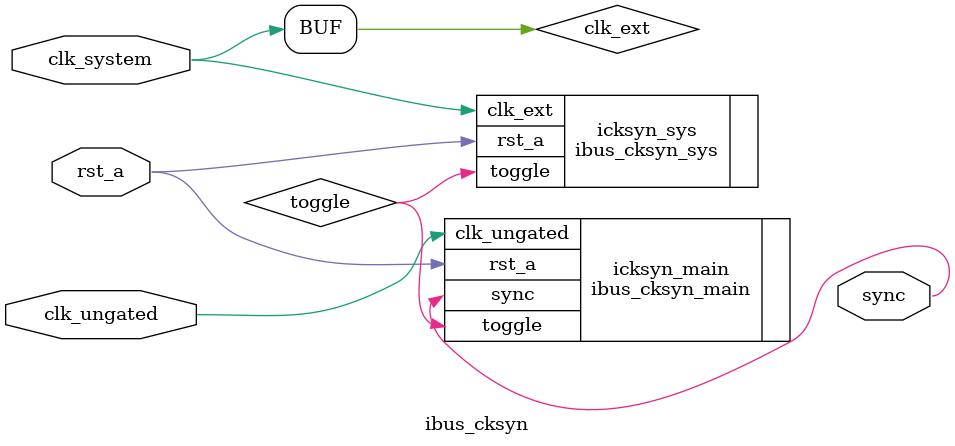
<source format=v>
module ibus_cksyn (
    clk_ungated,
    clk_system,
    rst_a,
    sync
    );

input  clk_ungated; 
input  clk_system; 
input  rst_a;
output sync; 
wire   sync; 
wire clk_ext = clk_system;

// ============================================================================
// SIGNAL DECLARATIONS 
// ============================================================================

wire    toggle; 

// ============================================================================
// Architecture
// ============================================================================

//  System Clock toggle logic ----------------------------------------------

ibus_cksyn_sys icksyn_sys (
          .clk_ext (clk_ext),
          .rst_a   (rst_a),
          .toggle  (toggle)
    );

//  Main Clock domain sync generation unit ---------------------------------

ibus_cksyn_main icksyn_main (
          .clk_ungated (clk_ungated),
          .rst_a       (rst_a),
          .toggle      (toggle),
          .sync        (sync)
    );

endmodule // module ibus_cksyn


</source>
